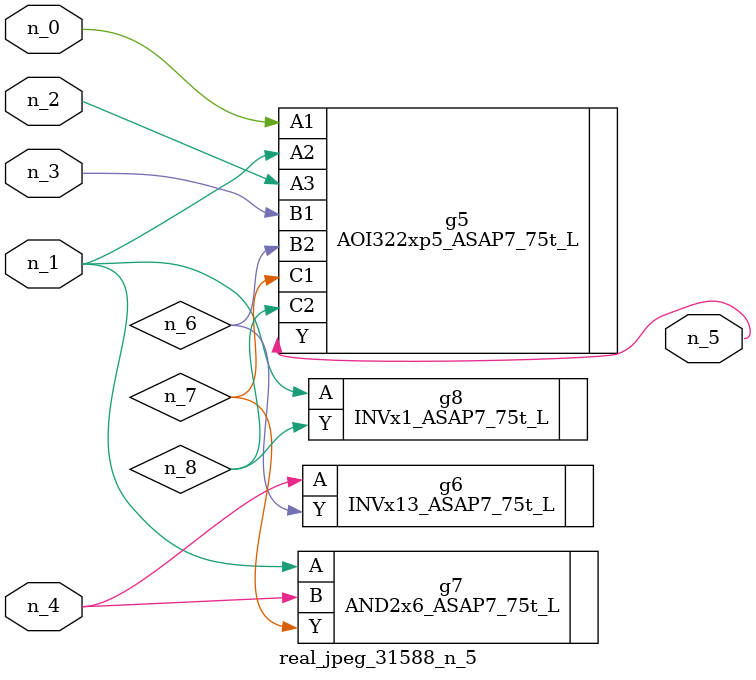
<source format=v>
module real_jpeg_31588_n_5 (n_4, n_0, n_1, n_2, n_3, n_5);

input n_4;
input n_0;
input n_1;
input n_2;
input n_3;

output n_5;

wire n_8;
wire n_6;
wire n_7;

AOI322xp5_ASAP7_75t_L g5 ( 
.A1(n_0),
.A2(n_1),
.A3(n_2),
.B1(n_3),
.B2(n_6),
.C1(n_7),
.C2(n_8),
.Y(n_5)
);

AND2x6_ASAP7_75t_L g7 ( 
.A(n_1),
.B(n_4),
.Y(n_7)
);

INVx1_ASAP7_75t_L g8 ( 
.A(n_1),
.Y(n_8)
);

INVx13_ASAP7_75t_L g6 ( 
.A(n_4),
.Y(n_6)
);


endmodule
</source>
